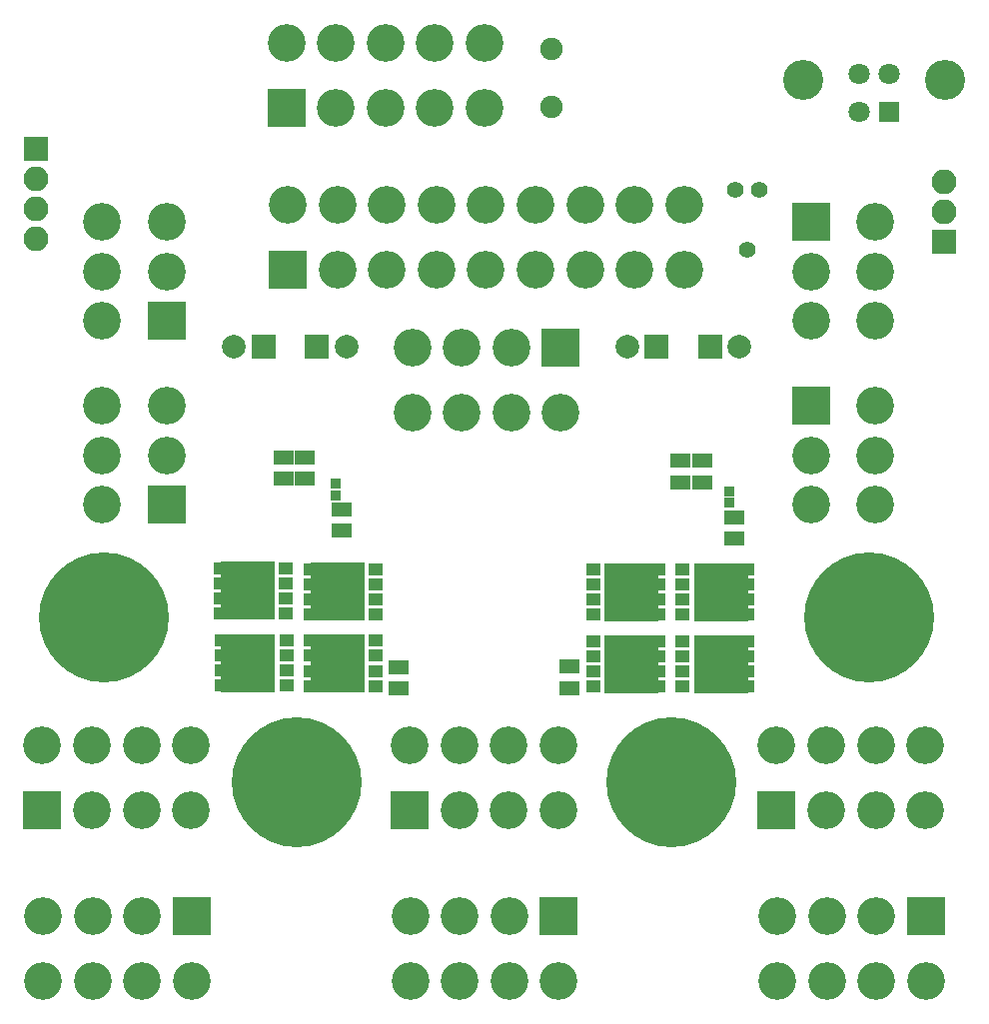
<source format=gbs>
G04 #@! TF.GenerationSoftware,KiCad,Pcbnew,(5.0.0)*
G04 #@! TF.CreationDate,2018-12-05T00:13:52-06:00*
G04 #@! TF.ProjectId,0002-ATX,303030322D4154582E6B696361645F70,0000*
G04 #@! TF.SameCoordinates,Original*
G04 #@! TF.FileFunction,Soldermask,Bot*
G04 #@! TF.FilePolarity,Negative*
%FSLAX46Y46*%
G04 Gerber Fmt 4.6, Leading zero omitted, Abs format (unit mm)*
G04 Created by KiCad (PCBNEW (5.0.0)) date 12/05/18 00:13:52*
%MOMM*%
%LPD*%
G01*
G04 APERTURE LIST*
%ADD10C,3.200000*%
%ADD11R,3.200000X3.200000*%
%ADD12R,2.000000X2.000000*%
%ADD13C,2.000000*%
%ADD14R,1.200000X1.100000*%
%ADD15R,4.690000X4.900000*%
%ADD16R,2.000000X1.950000*%
%ADD17R,1.600000X1.950000*%
%ADD18R,1.750000X1.250000*%
%ADD19R,0.950000X0.890000*%
%ADD20C,1.390600*%
%ADD21C,3.400000*%
%ADD22C,1.800000*%
%ADD23R,1.800000X1.800000*%
%ADD24C,1.900000*%
%ADD25R,2.100000X2.100000*%
%ADD26O,2.100000X2.100000*%
%ADD27C,11.000000*%
%ADD28C,1.100000*%
G04 APERTURE END LIST*
D10*
G04 #@! TO.C,J21*
X119888000Y-93790000D03*
X119888000Y-97990000D03*
X119888000Y-102190000D03*
X125388000Y-93790000D03*
X125388000Y-97990000D03*
D11*
X125388000Y-102190000D03*
G04 #@! TD*
D12*
G04 #@! TO.C,C15*
X138049000Y-88773000D03*
D13*
X140549000Y-88773000D03*
G04 #@! TD*
D14*
G04 #@! TO.C,Q1*
X135465000Y-107564000D03*
X135465000Y-108834000D03*
X135465000Y-110114000D03*
X135465000Y-111384000D03*
X129965000Y-111384000D03*
X129965000Y-110114000D03*
X129965000Y-108834000D03*
X129965000Y-107564000D03*
D15*
X132215000Y-109474000D03*
D16*
X131465000Y-108384000D03*
X131465000Y-110564000D03*
D17*
X133465000Y-108384000D03*
X133465000Y-110564000D03*
G04 #@! TD*
G04 #@! TO.C,Q6*
X133477000Y-116713000D03*
X133477000Y-114533000D03*
D16*
X131477000Y-116713000D03*
X131477000Y-114533000D03*
D15*
X132227000Y-115623000D03*
D14*
X129977000Y-113713000D03*
X129977000Y-114983000D03*
X129977000Y-116263000D03*
X129977000Y-117533000D03*
X135477000Y-117533000D03*
X135477000Y-116263000D03*
X135477000Y-114983000D03*
X135477000Y-113713000D03*
G04 #@! TD*
D10*
G04 #@! TO.C,J15*
X169200000Y-76796000D03*
X165000000Y-76796000D03*
X160800000Y-76796000D03*
X156600000Y-76796000D03*
X152400000Y-76796000D03*
X148200000Y-76796000D03*
X144000000Y-76796000D03*
X139800000Y-76796000D03*
X135600000Y-76796000D03*
X169200000Y-82296000D03*
X165000000Y-82296000D03*
X160800000Y-82296000D03*
X156600000Y-82296000D03*
X152400000Y-82296000D03*
X148200000Y-82296000D03*
X144000000Y-82296000D03*
X139800000Y-82296000D03*
D11*
X135600000Y-82296000D03*
G04 #@! TD*
D17*
G04 #@! TO.C,Q9*
X163494000Y-108508000D03*
X163494000Y-110688000D03*
D16*
X165494000Y-108508000D03*
X165494000Y-110688000D03*
D15*
X164744000Y-109598000D03*
D14*
X166994000Y-111508000D03*
X166994000Y-110238000D03*
X166994000Y-108958000D03*
X166994000Y-107688000D03*
X161494000Y-107688000D03*
X161494000Y-108958000D03*
X161494000Y-110238000D03*
X161494000Y-111508000D03*
G04 #@! TD*
D18*
G04 #@! TO.C,C7*
X145034000Y-115951000D03*
X145034000Y-117761000D03*
G04 #@! TD*
D19*
G04 #@! TO.C,C12*
X139700000Y-100427000D03*
X139700000Y-101377000D03*
G04 #@! TD*
D18*
G04 #@! TO.C,C13*
X137033000Y-99965000D03*
X137033000Y-98155000D03*
G04 #@! TD*
G04 #@! TO.C,C14*
X135255000Y-98155000D03*
X135255000Y-99965000D03*
G04 #@! TD*
G04 #@! TO.C,C23*
X170751000Y-100282000D03*
X170751000Y-98472000D03*
G04 #@! TD*
G04 #@! TO.C,C24*
X168910000Y-100282000D03*
X168910000Y-98472000D03*
G04 #@! TD*
D13*
G04 #@! TO.C,C25*
X164378000Y-88773000D03*
D12*
X166878000Y-88773000D03*
G04 #@! TD*
G04 #@! TO.C,C26*
X171386000Y-88773000D03*
D13*
X173886000Y-88773000D03*
G04 #@! TD*
D17*
G04 #@! TO.C,Q3*
X171081000Y-114607000D03*
X171081000Y-116787000D03*
D16*
X173081000Y-114607000D03*
X173081000Y-116787000D03*
D15*
X172331000Y-115697000D03*
D14*
X174581000Y-117607000D03*
X174581000Y-116337000D03*
X174581000Y-115057000D03*
X174581000Y-113787000D03*
X169081000Y-113787000D03*
X169081000Y-115057000D03*
X169081000Y-116337000D03*
X169081000Y-117607000D03*
G04 #@! TD*
G04 #@! TO.C,Q4*
X161502000Y-117604000D03*
X161502000Y-116334000D03*
X161502000Y-115054000D03*
X161502000Y-113784000D03*
X167002000Y-113784000D03*
X167002000Y-115054000D03*
X167002000Y-116334000D03*
X167002000Y-117604000D03*
D15*
X164752000Y-115694000D03*
D16*
X165502000Y-116784000D03*
X165502000Y-114604000D03*
D17*
X163502000Y-116784000D03*
X163502000Y-114604000D03*
G04 #@! TD*
D18*
G04 #@! TO.C,R14*
X173482000Y-103235000D03*
X173482000Y-105045000D03*
G04 #@! TD*
D17*
G04 #@! TO.C,Q2*
X141085000Y-110638000D03*
X141085000Y-108458000D03*
D16*
X139085000Y-110638000D03*
X139085000Y-108458000D03*
D15*
X139835000Y-109548000D03*
D14*
X137585000Y-107638000D03*
X137585000Y-108908000D03*
X137585000Y-110188000D03*
X137585000Y-111458000D03*
X143085000Y-111458000D03*
X143085000Y-110188000D03*
X143085000Y-108908000D03*
X143085000Y-107638000D03*
G04 #@! TD*
G04 #@! TO.C,Q7*
X143085000Y-113723000D03*
X143085000Y-114993000D03*
X143085000Y-116273000D03*
X143085000Y-117543000D03*
X137585000Y-117543000D03*
X137585000Y-116273000D03*
X137585000Y-114993000D03*
X137585000Y-113723000D03*
D15*
X139835000Y-115633000D03*
D16*
X139085000Y-114543000D03*
X139085000Y-116723000D03*
D17*
X141085000Y-114543000D03*
X141085000Y-116723000D03*
G04 #@! TD*
D14*
G04 #@! TO.C,Q8*
X169050000Y-111508000D03*
X169050000Y-110238000D03*
X169050000Y-108958000D03*
X169050000Y-107688000D03*
X174550000Y-107688000D03*
X174550000Y-108958000D03*
X174550000Y-110238000D03*
X174550000Y-111508000D03*
D15*
X172300000Y-109598000D03*
D16*
X173050000Y-110688000D03*
X173050000Y-108508000D03*
D17*
X171050000Y-110688000D03*
X171050000Y-108508000D03*
G04 #@! TD*
D13*
G04 #@! TO.C,C16*
X131040000Y-88773000D03*
D12*
X133540000Y-88773000D03*
G04 #@! TD*
D18*
G04 #@! TO.C,R8*
X140144000Y-102584000D03*
X140144000Y-104394000D03*
G04 #@! TD*
G04 #@! TO.C,C17*
X159512000Y-117729000D03*
X159512000Y-115919000D03*
G04 #@! TD*
D19*
G04 #@! TO.C,C22*
X173038000Y-101094000D03*
X173038000Y-102044000D03*
G04 #@! TD*
D10*
G04 #@! TO.C,J2*
X158518000Y-122555000D03*
X154318000Y-122555000D03*
X150118000Y-122555000D03*
X145918000Y-122555000D03*
X158518000Y-128055000D03*
X154318000Y-128055000D03*
X150118000Y-128055000D03*
D11*
X145918000Y-128055000D03*
G04 #@! TD*
G04 #@! TO.C,J3*
X127472000Y-137033000D03*
D10*
X123272000Y-137033000D03*
X119072000Y-137033000D03*
X114872000Y-137033000D03*
X127472000Y-142533000D03*
X123272000Y-142533000D03*
X119072000Y-142533000D03*
X114872000Y-142533000D03*
G04 #@! TD*
G04 #@! TO.C,J4*
X189629000Y-122555000D03*
X185429000Y-122555000D03*
X181229000Y-122555000D03*
X177029000Y-122555000D03*
X189629000Y-128055000D03*
X185429000Y-128055000D03*
X181229000Y-128055000D03*
D11*
X177029000Y-128055000D03*
G04 #@! TD*
D10*
G04 #@! TO.C,J6*
X177074000Y-142533000D03*
X181274000Y-142533000D03*
X185474000Y-142533000D03*
X189674000Y-142533000D03*
X177074000Y-137033000D03*
X181274000Y-137033000D03*
X185474000Y-137033000D03*
D11*
X189674000Y-137033000D03*
G04 #@! TD*
G04 #@! TO.C,J7*
X158573000Y-137033000D03*
D10*
X154373000Y-137033000D03*
X150173000Y-137033000D03*
X145973000Y-137033000D03*
X158573000Y-142533000D03*
X154373000Y-142533000D03*
X150173000Y-142533000D03*
X145973000Y-142533000D03*
G04 #@! TD*
G04 #@! TO.C,J8*
X146150000Y-94349200D03*
X150350000Y-94349200D03*
X154550000Y-94349200D03*
X158750000Y-94349200D03*
X146150000Y-88849200D03*
X150350000Y-88849200D03*
X154550000Y-88849200D03*
D11*
X158750000Y-88849200D03*
G04 #@! TD*
G04 #@! TO.C,J11*
X125388000Y-86632000D03*
D10*
X125388000Y-82432000D03*
X125388000Y-78232000D03*
X119888000Y-86632000D03*
X119888000Y-82432000D03*
X119888000Y-78232000D03*
G04 #@! TD*
G04 #@! TO.C,J12*
X185420000Y-86632000D03*
X185420000Y-82432000D03*
X185420000Y-78232000D03*
X179920000Y-86632000D03*
X179920000Y-82432000D03*
D11*
X179920000Y-78232000D03*
G04 #@! TD*
G04 #@! TO.C,J13*
X179920000Y-93789500D03*
D10*
X179920000Y-97989500D03*
X179920000Y-102189500D03*
X185420000Y-93789500D03*
X185420000Y-97989500D03*
X185420000Y-102189500D03*
G04 #@! TD*
G04 #@! TO.C,J14*
X152273000Y-63080000D03*
X148073000Y-63080000D03*
X143873000Y-63080000D03*
X139673000Y-63080000D03*
X135473000Y-63080000D03*
X152273000Y-68580000D03*
X148073000Y-68580000D03*
X143873000Y-68580000D03*
X139673000Y-68580000D03*
D11*
X135473000Y-68580000D03*
G04 #@! TD*
G04 #@! TO.C,J5*
X114808000Y-128055000D03*
D10*
X119008000Y-128055000D03*
X123208000Y-128055000D03*
X127408000Y-128055000D03*
X114808000Y-122555000D03*
X119008000Y-122555000D03*
X123208000Y-122555000D03*
X127408000Y-122555000D03*
G04 #@! TD*
D20*
G04 #@! TO.C,J23*
X173546000Y-75501500D03*
X175578000Y-75501500D03*
X174562000Y-80581500D03*
G04 #@! TD*
D21*
G04 #@! TO.C,J24*
X191326000Y-66167000D03*
D22*
X186556000Y-65677000D03*
X184056000Y-65677000D03*
D23*
X186556000Y-68877000D03*
D21*
X179286000Y-66167000D03*
D22*
X184056000Y-68877000D03*
G04 #@! TD*
D24*
G04 #@! TO.C,Y1*
X157924000Y-68453000D03*
X157924000Y-63573000D03*
G04 #@! TD*
D25*
G04 #@! TO.C,J32*
X114300000Y-72009000D03*
D26*
X114300000Y-74549000D03*
X114300000Y-77089000D03*
X114300000Y-79629000D03*
G04 #@! TD*
D27*
G04 #@! TO.C,J28*
X168148000Y-125730000D03*
D28*
X172123000Y-125730000D03*
X170958749Y-128540749D03*
X168148000Y-129705000D03*
X165337251Y-128540749D03*
X164173000Y-125730000D03*
X165337251Y-122919251D03*
X168148000Y-121755000D03*
X170958749Y-122919251D03*
G04 #@! TD*
G04 #@! TO.C,J29*
X122825749Y-108949251D03*
X120015000Y-107785000D03*
X117204251Y-108949251D03*
X116040000Y-111760000D03*
X117204251Y-114570749D03*
X120015000Y-115735000D03*
X122825749Y-114570749D03*
X123990000Y-111760000D03*
D27*
X120015000Y-111760000D03*
G04 #@! TD*
G04 #@! TO.C,J30*
X136398000Y-125730000D03*
D28*
X140373000Y-125730000D03*
X139208749Y-128540749D03*
X136398000Y-129705000D03*
X133587251Y-128540749D03*
X132423000Y-125730000D03*
X133587251Y-122919251D03*
X136398000Y-121755000D03*
X139208749Y-122919251D03*
G04 #@! TD*
G04 #@! TO.C,J34*
X187722749Y-108949251D03*
X184912000Y-107785000D03*
X182101251Y-108949251D03*
X180937000Y-111760000D03*
X182101251Y-114570749D03*
X184912000Y-115735000D03*
X187722749Y-114570749D03*
X188887000Y-111760000D03*
D27*
X184912000Y-111760000D03*
G04 #@! TD*
D25*
G04 #@! TO.C,J31*
X191262000Y-79946500D03*
D26*
X191262000Y-77406500D03*
X191262000Y-74866500D03*
G04 #@! TD*
M02*

</source>
